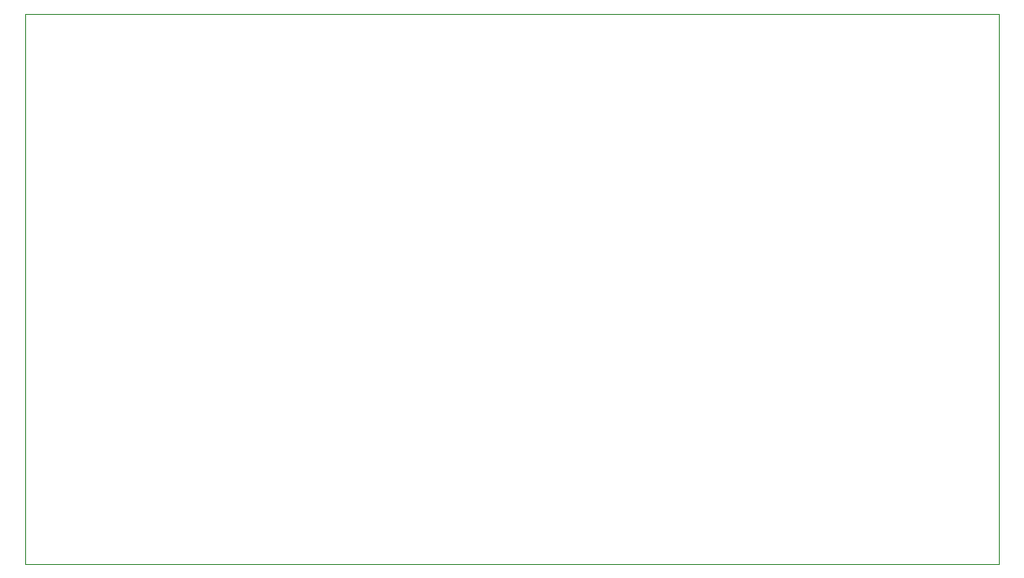
<source format=gbr>
%TF.GenerationSoftware,KiCad,Pcbnew,7.0.7*%
%TF.CreationDate,2023-12-25T15:57:39+03:00*%
%TF.ProjectId,Main_PCB_002,4d61696e-5f50-4434-925f-3030322e6b69,rev?*%
%TF.SameCoordinates,Original*%
%TF.FileFunction,Profile,NP*%
%FSLAX46Y46*%
G04 Gerber Fmt 4.6, Leading zero omitted, Abs format (unit mm)*
G04 Created by KiCad (PCBNEW 7.0.7) date 2023-12-25 15:57:39*
%MOMM*%
%LPD*%
G01*
G04 APERTURE LIST*
%TA.AperFunction,Profile*%
%ADD10C,0.100000*%
%TD*%
G04 APERTURE END LIST*
D10*
X88000000Y-83000000D02*
X176500000Y-83000000D01*
X88000000Y-83000000D02*
X88000000Y-133000000D01*
X176500000Y-133000000D02*
X88000000Y-133000000D01*
X176500000Y-83000000D02*
X176500000Y-133000000D01*
M02*

</source>
